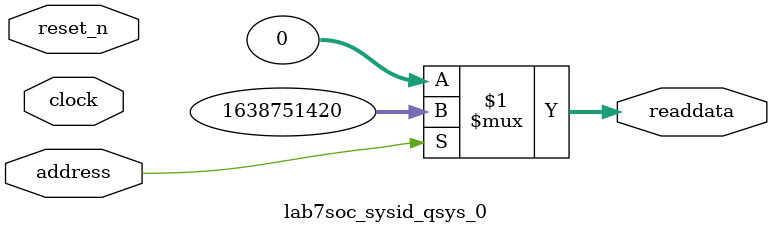
<source format=v>



// synthesis translate_off
`timescale 1ns / 1ps
// synthesis translate_on

// turn off superfluous verilog processor warnings 
// altera message_level Level1 
// altera message_off 10034 10035 10036 10037 10230 10240 10030 

module lab7soc_sysid_qsys_0 (
               // inputs:
                address,
                clock,
                reset_n,

               // outputs:
                readdata
             )
;

  output  [ 31: 0] readdata;
  input            address;
  input            clock;
  input            reset_n;

  wire    [ 31: 0] readdata;
  //control_slave, which is an e_avalon_slave
  assign readdata = address ? 1638751420 : 0;

endmodule



</source>
